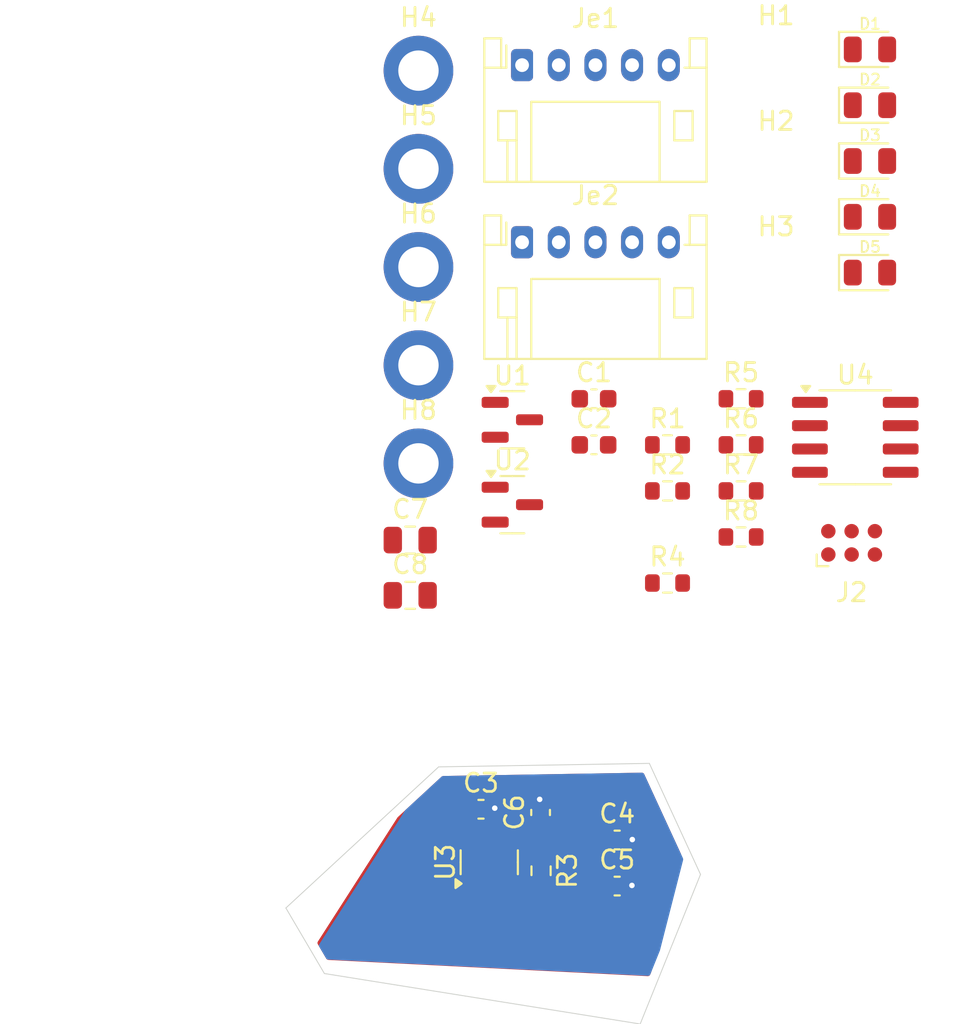
<source format=kicad_pcb>
(kicad_pcb (version 20240108) (generator "pcbnew") (generator_version "8.0")
  (layers (0 "F.Cu" signal) (31 "B.Cu" signal) (34 "B.Paste" user) (35 "F.Paste" user) (36 "B.SilkS" user "B.Silkscreen") (37 "F.SilkS" user "F.Silkscreen") (38 "B.Mask" user) (39 "F.Mask" user) (44 "Edge.Cuts" user))
  (net 0 "")
  (net 1 "GND")
  (net 2 "+5V")
  (net 3 "/Out_1")
  (net 4 "/Out_2")
  (net 5 "/Out_3")
  (net 6 "/Program")
  (net 10 "/Hall_3")
  (net 11 "/Hall_1")
  (net 12 "/Hall_2")
  (net 13 "Net-(U1-OUT)")
  (net 14 "Net-(U2-OUT)")
  (net 15 "Net-(U3-OUT)")
  (net 16 "/R_lim_dig")
  (net 17 "/F_lim_dig")
  (net 18 "Net-(D1-A)")
  (net 19 "Net-(D2-A)")
  (net 20 "Net-(D3-A)")
  (net 21 "Net-(D4-A)")
  (net 22 "Net-(D5-A)")
  (footprint "Resistor_SMD:R_0603_1608Metric" (layer "F.Cu") (at 185.08 125.654)
    (property "Reference" "R7" (at 0 -1.43 0) (layer "F.SilkS"))
    (property "Value" "4.7k")
    (fp_line (start -0.237258 -0.5225) (end 0.237258 -0.5225) (stroke (width 0.12)) (layer "F.SilkS"))
    (fp_line (start -0.237258 0.5225) (end 0.237258 0.5225) (stroke (width 0.12)) (layer "F.SilkS"))
    (pad "1" smd roundrect (at -0.825 0) (size 0.8 0.95) (layers "F.Cu" "F.Paste" "F.Mask") (net 4 "/Out_2"))
    (pad "2" smd roundrect (at 0.825 0) (size 0.8 0.95) (layers "F.Cu" "F.Paste" "F.Mask") (net 21 "Net-(D4-A)"))
  )
  (footprint "MountingHole:MountingHole_2.2mm_M2_DIN965_Pad" (layer "F.Cu") (at 167.49 118.804)
    (property "Reference" "H7" (at 0 -2.9 0) (layer "F.SilkS"))
    (property "Value" "MountingHole")
    (pad "1" thru_hole circle (at 0 0) (size 3.8 3.8) (drill 2.2) (layers "*.Cu" "*.Mask"))
  )
  (footprint "Package_TO_SOT_SMD:SOT-23" (layer "F.Cu") (at 172.61 121.779)
    (property "Reference" "U1" (at 0 -2.4 0) (layer "F.SilkS"))
    (property "Value" "DRV5055A3xDBZxQ1")
    (fp_line (start 0 -1.56) (end -0.65 -1.56) (stroke (width 0.12)) (layer "F.SilkS"))
    (fp_line (start 0 -1.56) (end 0.65 -1.56) (stroke (width 0.12)) (layer "F.SilkS"))
    (fp_line (start 0 1.56) (end -0.65 1.56) (stroke (width 0.12)) (layer "F.SilkS"))
    (fp_line (start 0 1.56) (end 0.65 1.56) (stroke (width 0.12)) (layer "F.SilkS"))
    (fp_poly (pts (xy -1.1625 -1.51) (xy -1.4025 -1.84) (xy -0.9225 -1.84) (xy -1.1625 -1.51)) (stroke (width 0.12)) (fill solid) (layer "F.SilkS"))
    (pad "1" smd roundrect (at -0.9375 -0.95) (size 1.475 0.6) (layers "F.Cu" "F.Paste" "F.Mask") (net 2 "+5V"))
    (pad "2" smd roundrect (at -0.9375 0.95) (size 1.475 0.6) (layers "F.Cu" "F.Paste" "F.Mask") (net 13 "Net-(U1-OUT)"))
    (pad "3" smd roundrect (at 0.9375 0) (size 1.475 0.6) (layers "F.Cu" "F.Paste" "F.Mask") (net 1 "GND"))
  )
  (footprint "Capacitor_SMD:C_0603_1608Metric" (layer "F.Cu") (at 178.325 147.185)
    (property "Reference" "C5" (at 0 -1.43 0) (layer "F.SilkS"))
    (property "Value" "0.1u")
    (fp_line (start -0.14058 -0.51) (end 0.14058 -0.51) (stroke (width 0.12)) (layer "F.SilkS"))
    (fp_line (start -0.14058 0.51) (end 0.14058 0.51) (stroke (width 0.12)) (layer "F.SilkS"))
    (pad "1" smd roundrect (at -0.775 0) (size 0.9 0.95) (layers "F.Cu" "F.Paste" "F.Mask") (net 4 "/Out_2"))
    (pad "2" smd roundrect (at 0.775 0) (size 0.9 0.95) (layers "F.Cu" "F.Paste" "F.Mask") (net 1 "GND"))
  )
  (footprint "MountingHole:MountingHole_2.2mm_M2_DIN965_Pad" (layer "F.Cu") (at 167.49 108.104)
    (property "Reference" "H5" (at 0 -2.9 0) (layer "F.SilkS"))
    (property "Value" "MountingHole")
    (pad "1" thru_hole circle (at 0 0) (size 3.8 3.8) (drill 2.2) (layers "*.Cu" "*.Mask"))
  )
  (footprint "Capacitor_SMD:C_0603_1608Metric" (layer "F.Cu") (at 178.325 144.675)
    (property "Reference" "C4" (at 0 -1.43 0) (layer "F.SilkS"))
    (property "Value" "0.1u")
    (fp_line (start -0.14058 -0.51) (end 0.14058 -0.51) (stroke (width 0.12)) (layer "F.SilkS"))
    (fp_line (start -0.14058 0.51) (end 0.14058 0.51) (stroke (width 0.12)) (layer "F.SilkS"))
    (pad "1" smd roundrect (at -0.775 0) (size 0.9 0.95) (layers "F.Cu" "F.Paste" "F.Mask") (net 3 "/Out_1"))
    (pad "2" smd roundrect (at 0.775 0) (size 0.9 0.95) (layers "F.Cu" "F.Paste" "F.Mask") (net 1 "GND"))
  )
  (footprint "Resistor_SMD:R_0603_1608Metric" (layer "F.Cu") (at 174.175 146.35 -90)
    (property "Reference" "R3" (at 0 -1.43 90) (layer "F.SilkS"))
    (property "Value" "100R")
    (fp_line (start -0.237258 0.5225) (end 0.237258 0.5225) (stroke (width 0.12)) (layer "F.SilkS"))
    (fp_line (start -0.237258 -0.5225) (end 0.237258 -0.5225) (stroke (width 0.12)) (layer "F.SilkS"))
    (pad "1" smd roundrect (at -0.825 0 270) (size 0.8 0.95) (layers "F.Cu" "F.Paste" "F.Mask") (net 5 "/Out_3"))
    (pad "2" smd roundrect (at 0.825 0 270) (size 0.8 0.95) (layers "F.Cu" "F.Paste" "F.Mask") (net 15 "Net-(U3-OUT)"))
  )
  (footprint "MountingHole:MountingHole_2.1mm" (layer "F.Cu") (at 186.99 114.454)
    (property "Reference" "H3" (at 0 -3.2 0) (layer "F.SilkS"))
    (property "Value" "MountingHole")
    (pad "" np_thru_hole circle (at 0 0) (size 2.1 2.1) (drill 2.1) (layers "*.Cu" "*.Mask"))
  )
  (footprint "Resistor_SMD:R_0603_1608Metric" (layer "F.Cu") (at 181.07 125.654)
    (property "Reference" "R2" (at 0 -1.43 0) (layer "F.SilkS"))
    (property "Value" "100R")
    (fp_line (start -0.237258 -0.5225) (end 0.237258 -0.5225) (stroke (width 0.12)) (layer "F.SilkS"))
    (fp_line (start -0.237258 0.5225) (end 0.237258 0.5225) (stroke (width 0.12)) (layer "F.SilkS"))
    (pad "1" smd roundrect (at -0.825 0) (size 0.8 0.95) (layers "F.Cu" "F.Paste" "F.Mask") (net 4 "/Out_2"))
    (pad "2" smd roundrect (at 0.825 0) (size 0.8 0.95) (layers "F.Cu" "F.Paste" "F.Mask") (net 14 "Net-(U2-OUT)"))
  )
  (footprint "Package_TO_SOT_SMD:SOT-23" (layer "F.Cu") (at 171.35 145.8875 90)
    (property "Reference" "U3" (at 0 -2.4 90) (layer "F.SilkS"))
    (property "Value" "DRV5055A3xDBZxQ1")
    (fp_line (start 0 -1.56) (end 0.65 -1.56) (stroke (width 0.12)) (layer "F.SilkS"))
    (fp_line (start 0 -1.56) (end -0.65 -1.56) (stroke (width 0.12)) (layer "F.SilkS"))
    (fp_line (start 0 1.56) (end 0.65 1.56) (stroke (width 0.12)) (layer "F.SilkS"))
    (fp_line (start 0 1.56) (end -0.65 1.56) (stroke (width 0.12)) (layer "F.SilkS"))
    (fp_poly (pts (xy -1.1625 -1.51) (xy -1.4025 -1.84) (xy -0.9225 -1.84) (xy -1.1625 -1.51)) (stroke (width 0.12)) (fill solid) (layer "F.SilkS"))
    (pad "1" smd roundrect (at -0.9375 -0.95 90) (size 1.475 0.6) (layers "F.Cu" "F.Paste" "F.Mask") (net 2 "+5V"))
    (pad "2" smd roundrect (at -0.9375 0.95 90) (size 1.475 0.6) (layers "F.Cu" "F.Paste" "F.Mask") (net 15 "Net-(U3-OUT)"))
    (pad "3" smd roundrect (at 0.9375 0 90) (size 1.475 0.6) (layers "F.Cu" "F.Paste" "F.Mask") (net 1 "GND"))
  )
  (footprint "Resistor_SMD:R_0603_1608Metric" (layer "F.Cu") (at 181.07 130.674)
    (property "Reference" "R4" (at 0 -1.43 0) (layer "F.SilkS"))
    (property "Value" "4.7k")
    (fp_line (start -0.237258 -0.5225) (end 0.237258 -0.5225) (stroke (width 0.12)) (layer "F.SilkS"))
    (fp_line (start -0.237258 0.5225) (end 0.237258 0.5225) (stroke (width 0.12)) (layer "F.SilkS"))
    (pad "1" smd roundrect (at -0.825 0) (size 0.8 0.95) (layers "F.Cu" "F.Paste" "F.Mask") (net 16 "/R_lim_dig"))
    (pad "2" smd roundrect (at 0.825 0) (size 0.8 0.95) (layers "F.Cu" "F.Paste" "F.Mask") (net 18 "Net-(D1-A)"))
  )
  (footprint "Capacitor_SMD:C_0603_1608Metric" (layer "F.Cu") (at 174.15 143.175 90)
    (property "Reference" "C6" (at 0 -1.43 90) (layer "F.SilkS"))
    (property "Value" "0.1u")
    (fp_line (start -0.14058 -0.51) (end 0.14058 -0.51) (stroke (width 0.12)) (layer "F.SilkS"))
    (fp_line (start -0.14058 0.51) (end 0.14058 0.51) (stroke (width 0.12)) (layer "F.SilkS"))
    (pad "1" smd roundrect (at -0.775 0 90) (size 0.9 0.95) (layers "F.Cu" "F.Paste" "F.Mask") (net 5 "/Out_3"))
    (pad "2" smd roundrect (at 0.775 0 90) (size 0.9 0.95) (layers "F.Cu" "F.Paste" "F.Mask") (net 1 "GND"))
  )
  (footprint "Connector:Tag-Connect_TC2030-IDC-NL_2x03_P1.27mm_Vertical" (layer "F.Cu") (at 191.11 128.484)
    (property "Reference" "J2" (at 0 2.7 0) (layer "F.SilkS"))
    (property "Value" "TC2030-IDC-NL")
    (fp_line (start -1.905 1.27) (end -1.905 0.635) (stroke (width 0.12)) (layer "F.SilkS"))
    (fp_line (start -1.27 1.27) (end -1.905 1.27) (stroke (width 0.12)) (layer "F.SilkS"))
    (pad "" np_thru_hole circle (at -2.54 0) (size 0.9906 0.9906) (drill 0.9906) (layers "*.Cu" "*.Mask"))
    (pad "" np_thru_hole circle (at 2.54 -1.016) (size 0.9906 0.9906) (drill 0.9906) (layers "*.Cu" "*.Mask"))
    (pad "" np_thru_hole circle (at 2.54 1.016) (size 0.9906 0.9906) (drill 0.9906) (layers "*.Cu" "*.Mask"))
    (pad "1" connect circle (at -1.27 0.635) (size 0.7874 0.7874) (layers "F.Cu" "F.Mask") (net 6 "/Program"))
    (pad "2" connect circle (at -1.27 -0.635) (size 0.7874 0.7874) (layers "F.Cu" "F.Mask") (net 2 "+5V"))
    (pad "3" connect circle (at 0 0.635) (size 0.7874 0.7874) (layers "F.Cu" "F.Mask"))
    (pad "4" connect circle (at 0 -0.635) (size 0.7874 0.7874) (layers "F.Cu" "F.Mask"))
    (pad "5" connect circle (at 1.27 0.635) (size 0.7874 0.7874) (layers "F.Cu" "F.Mask"))
    (pad "6" connect circle (at 1.27 -0.635) (size 0.7874 0.7874) (layers "F.Cu" "F.Mask") (net 1 "GND"))
    (zone (net 0) (net_name "") (layer "F.Cu") (connect_pads (clearance 0)) (min_thickness 0.254)
      (keepout (tracks allowed) (vias not_allowed) (pads allowed) (copperpour not_allowed) (footprints not_allowed))
      (fill (thermal_gap 0.508) (thermal_bridge_width 0.508))
      (polygon (pts (xy 192.38 127.849) (xy 189.84 127.849) (xy 189.84 129.119) (xy 192.38 129.119)))
    )
  )
  (footprint "MountingHole:MountingHole_2.2mm_M2_DIN965_Pad" (layer "F.Cu") (at 167.49 113.454)
    (property "Reference" "H6" (at 0 -2.9 0) (layer "F.SilkS"))
    (property "Value" "MountingHole")
    (pad "1" thru_hole circle (at 0 0) (size 3.8 3.8) (drill 2.2) (layers "*.Cu" "*.Mask"))
  )
  (footprint "MountingHole:MountingHole_2.1mm" (layer "F.Cu") (at 186.99 102.954)
    (property "Reference" "H1" (at 0 -3.2 0) (layer "F.SilkS"))
    (property "Value" "MountingHole")
    (pad "" np_thru_hole circle (at 0 0) (size 2.1 2.1) (drill 2.1) (layers "*.Cu" "*.Mask"))
  )
  (footprint "Resistor_SMD:R_0603_1608Metric" (layer "F.Cu") (at 185.08 123.144)
    (property "Reference" "R6" (at 0 -1.43 0) (layer "F.SilkS"))
    (property "Value" "4.7k")
    (fp_line (start -0.237258 -0.5225) (end 0.237258 -0.5225) (stroke (width 0.12)) (layer "F.SilkS"))
    (fp_line (start -0.237258 0.5225) (end 0.237258 0.5225) (stroke (width 0.12)) (layer "F.SilkS"))
    (pad "1" smd roundrect (at -0.825 0) (size 0.8 0.95) (layers "F.Cu" "F.Paste" "F.Mask") (net 3 "/Out_1"))
    (pad "2" smd roundrect (at 0.825 0) (size 0.8 0.95) (layers "F.Cu" "F.Paste" "F.Mask") (net 20 "Net-(D3-A)"))
  )
  (footprint "Resistor_SMD:R_0603_1608Metric" (layer "F.Cu") (at 181.07 123.144)
    (property "Reference" "R1" (at 0 -1.43 0) (layer "F.SilkS"))
    (property "Value" "100R")
    (fp_line (start -0.237258 -0.5225) (end 0.237258 -0.5225) (stroke (width 0.12)) (layer "F.SilkS"))
    (fp_line (start -0.237258 0.5225) (end 0.237258 0.5225) (stroke (width 0.12)) (layer "F.SilkS"))
    (pad "1" smd roundrect (at -0.825 0) (size 0.8 0.95) (layers "F.Cu" "F.Paste" "F.Mask") (net 13 "Net-(U1-OUT)"))
    (pad "2" smd roundrect (at 0.825 0) (size 0.8 0.95) (layers "F.Cu" "F.Paste" "F.Mask") (net 3 "/Out_1"))
  )
  (footprint "Connector_JST:JST_PH_S5B-PH-K_1x05_P2.00mm_Horizontal" (layer "F.Cu") (at 173.14 102.454)
    (property "Reference" "Je1" (at 4 -2.55 0) (layer "F.SilkS"))
    (property "Value" "S5B-XH-A")
    (fp_line (start -2.06 -1.46) (end -2.06 6.36) (stroke (width 0.12)) (layer "F.SilkS"))
    (fp_line (start -2.06 0.14) (end -1.14 0.14) (stroke (width 0.12)) (layer "F.SilkS"))
    (fp_line (start -2.06 6.36) (end 10.06 6.36) (stroke (width 0.12)) (layer "F.SilkS"))
    (fp_line (start -1.3 2.5) (end -1.3 4.1) (stroke (width 0.12)) (layer "F.SilkS"))
    (fp_line (start -1.3 4.1) (end -0.3 4.1) (stroke (width 0.12)) (layer "F.SilkS"))
    (fp_line (start -1.14 -1.46) (end -2.06 -1.46) (stroke (width 0.12)) (layer "F.SilkS"))
    (fp_line (start -1.14 0.14) (end -1.14 -1.46) (stroke (width 0.12)) (layer "F.SilkS"))
    (fp_line (start -0.86 0.14) (end -1.14 0.14) (stroke (width 0.12)) (layer "F.SilkS"))
    (fp_line (start -0.86 0.14) (end -0.86 -1.075) (stroke (width 0.12)) (layer "F.SilkS"))
    (fp_line (start -0.8 4.1) (end -0.8 6.36) (stroke (width 0.12)) (layer "F.SilkS"))
    (fp_line (start -0.3 2.5) (end -1.3 2.5) (stroke (width 0.12)) (layer "F.SilkS"))
    (fp_line (start -0.3 4.1) (end -0.3 2.5) (stroke (width 0.12)) (layer "F.SilkS"))
    (fp_line (start -0.3 4.1) (end -0.3 6.36) (stroke (width 0.12)) (layer "F.SilkS"))
    (fp_line (start 0.5 2) (end 7.5 2) (stroke (width 0.12)) (layer "F.SilkS"))
    (fp_line (start 0.5 6.36) (end 0.5 2) (stroke (width 0.12)) (layer "F.SilkS"))
    (fp_line (start 7.5 2) (end 7.5 6.36) (stroke (width 0.12)) (layer "F.SilkS"))
    (fp_line (start 8.3 2.5) (end 9.3 2.5) (stroke (width 0.12)) (layer "F.SilkS"))
    (fp_line (start 8.3 4.1) (end 8.3 2.5) (stroke (width 0.12)) (layer "F.SilkS"))
    (fp_line (start 9.14 -1.46) (end 9.14 0.14) (stroke (width 0.12)) (layer "F.SilkS"))
    (fp_line (start 9.14 0.14) (end 8.86 0.14) (stroke (width 0.12)) (layer "F.SilkS"))
    (fp_line (start 9.3 2.5) (end 9.3 4.1) (stroke (width 0.12)) (layer "F.SilkS"))
    (fp_line (start 9.3 4.1) (end 8.3 4.1) (stroke (width 0.12)) (layer "F.SilkS"))
    (fp_line (start 10.06 -1.46) (end 9.14 -1.46) (stroke (width 0.12)) (layer "F.SilkS"))
    (fp_line (start 10.06 0.14) (end 9.14 0.14) (stroke (width 0.12)) (layer "F.SilkS"))
    (fp_line (start 10.06 6.36) (end 10.06 -1.46) (stroke (width 0.12)) (layer "F.SilkS"))
    (pad "1" thru_hole roundrect (at 0 0) (size 1.2 1.75) (drill 0.75) (layers "*.Cu" "*.Mask") (roundrect_rratio 0.208333) (net 2 "+5V"))
    (pad "2" thru_hole oval (at 2 0) (size 1.2 1.75) (drill 0.75) (layers "*.Cu" "*.Mask") (net 3 "/Out_1"))
    (pad "3" thru_hole oval (at 4 0) (size 1.2 1.75) (drill 0.75) (layers "*.Cu" "*.Mask") (net 4 "/Out_2"))
    (pad "4" thru_hole oval (at 6 0) (size 1.2 1.75) (drill 0.75) (layers "*.Cu" "*.Mask") (net 5 "/Out_3"))
    (pad "5" thru_hole oval (at 8 0) (size 1.2 1.75) (drill 0.75) (layers "*.Cu" "*.Mask") (net 1 "GND"))
  )
  (footprint "Package_SO:SOIC-8_3.9x4.9mm_P1.27mm" (layer "F.Cu") (at 191.31 122.734)
    (property "Reference" "U4" (at 0 -3.4 0) (layer "F.SilkS"))
    (property "Value" "ATtiny202-SS")
    (fp_line (start 0 -2.56) (end -1.95 -2.56) (stroke (width 0.12)) (layer "F.SilkS"))
    (fp_line (start 0 -2.56) (end 1.95 -2.56) (stroke (width 0.12)) (layer "F.SilkS"))
    (fp_line (start 0 2.56) (end -1.95 2.56) (stroke (width 0.12)) (layer "F.SilkS"))
    (fp_line (start 0 2.56) (end 1.95 2.56) (stroke (width 0.12)) (layer "F.SilkS"))
    (fp_poly (pts (xy -2.7 -2.465) (xy -2.94 -2.795) (xy -2.46 -2.795) (xy -2.7 -2.465)) (stroke (width 0.12)) (fill solid) (layer "F.SilkS"))
    (pad "1" smd roundrect (at -2.475 -1.905) (size 1.95 0.6) (layers "F.Cu" "F.Paste" "F.Mask") (net 2 "+5V"))
    (pad "2" smd roundrect (at -2.475 -0.635) (size 1.95 0.6) (layers "F.Cu" "F.Paste" "F.Mask") (net 11 "/Hall_1"))
    (pad "3" smd roundrect (at -2.475 0.635) (size 1.95 0.6) (layers "F.Cu" "F.Paste" "F.Mask") (net 12 "/Hall_2"))
    (pad "4" smd roundrect (at -2.475 1.905) (size 1.95 0.6) (layers "F.Cu" "F.Paste" "F.Mask") (net 17 "/F_lim_dig"))
    (pad "5" smd roundrect (at 2.475 1.905) (size 1.95 0.6) (layers "F.Cu" "F.Paste" "F.Mask") (net 16 "/R_lim_dig"))
    (pad "6" smd roundrect (at 2.475 0.635) (size 1.95 0.6) (layers "F.Cu" "F.Paste" "F.Mask") (net 6 "/Program"))
    (pad "7" smd roundrect (at 2.475 -0.635) (size 1.95 0.6) (layers "F.Cu" "F.Paste" "F.Mask") (net 10 "/Hall_3"))
    (pad "8" smd roundrect (at 2.475 -1.905) (size 1.95 0.6) (layers "F.Cu" "F.Paste" "F.Mask") (net 1 "GND"))
  )
  (footprint "rsx_leds:LED_0805_2012Metric" (layer "F.Cu") (at 192.11 107.679)
    (property "Reference" "D3" (at 0 -1.397 0) (layer "F.SilkS") (effects (font (size 0.6 0.6) (thickness 0.1))))
    (property "Value" "LED")
    (fp_line (start -1.685 -0.96) (end -1.685 0.96) (stroke (width 0.12)) (layer "F.SilkS"))
    (fp_line (start -1.685 0.96) (end 1 0.96) (stroke (width 0.12)) (layer "F.SilkS"))
    (fp_line (start 1 -0.96) (end -1.685 -0.96) (stroke (width 0.12)) (layer "F.SilkS"))
    (pad "1" smd roundrect (at -0.9375 0) (size 0.975 1.4) (layers "F.Cu" "F.Paste" "F.Mask") (net 1 "GND"))
    (pad "2" smd roundrect (at 0.9375 0) (size 0.975 1.4) (layers "F.Cu" "F.Paste" "F.Mask") (net 20 "Net-(D3-A)"))
  )
  (footprint "MountingHole:MountingHole_2.1mm" (layer "F.Cu") (at 186.99 108.704)
    (property "Reference" "H2" (at 0 -3.2 0) (layer "F.SilkS"))
    (property "Value" "MountingHole")
    (pad "" np_thru_hole circle (at 0 0) (size 2.1 2.1) (drill 2.1) (layers "*.Cu" "*.Mask"))
  )
  (footprint "Connector_JST:JST_PH_S5B-PH-K_1x05_P2.00mm_Horizontal" (layer "F.Cu") (at 173.14 112.104)
    (property "Reference" "Je2" (at 4 -2.55 0) (layer "F.SilkS"))
    (property "Value" "S5B-XH-A")
    (fp_line (start -2.06 -1.46) (end -2.06 6.36) (stroke (width 0.12)) (layer "F.SilkS"))
    (fp_line (start -2.06 0.14) (end -1.14 0.14) (stroke (width 0.12)) (layer "F.SilkS"))
    (fp_line (start -2.06 6.36) (end 10.06 6.36) (stroke (width 0.12)) (layer "F.SilkS"))
    (fp_line (start -1.3 2.5) (end -1.3 4.1) (stroke (width 0.12)) (layer "F.SilkS"))
    (fp_line (start -1.3 4.1) (end -0.3 4.1) (stroke (width 0.12)) (layer "F.SilkS"))
    (fp_line (start -1.14 -1.46) (end -2.06 -1.46) (stroke (width 0.12)) (layer "F.SilkS"))
    (fp_line (start -1.14 0.14) (end -1.14 -1.46) (stroke (width 0.12)) (layer "F.SilkS"))
    (fp_line (start -0.86 0.14) (end -1.14 0.14) (stroke (width 0.12)) (layer "F.SilkS"))
    (fp_line (start -0.86 0.14) (end -0.86 -1.075) (stroke (width 0.12)) (layer "F.SilkS"))
    (fp_line (start -0.8 4.1) (end -0.8 6.36) (stroke (width 0.12)) (layer "F.SilkS"))
    (fp_line (start -0.3 2.5) (end -1.3 2.5) (stroke (width 0.12)) (layer "F.SilkS"))
    (fp_line (start -0.3 4.1) (end -0.3 2.5) (stroke (width 0.12)) (layer "F.SilkS"))
    (fp_line (start -0.3 4.1) (end -0.3 6.36) (stroke (width 0.12)) (layer "F.SilkS"))
    (fp_line (start 0.5 2) (end 7.5 2) (stroke (width 0.12)) (layer "F.SilkS"))
    (fp_line (start 0.5 6.36) (end 0.5 2) (stroke (width 0.12)) (layer "F.SilkS"))
    (fp_line (start 7.5 2) (end 7.5 6.36) (stroke (width 0.12)) (layer "F.SilkS"))
    (fp_line (start 8.3 2.5) (end 9.3 2.5) (stroke (width 0.12)) (layer "F.SilkS"))
    (fp_line (start 8.3 4.1) (end 8.3 2.5) (stroke (width 0.12)) (layer "F.SilkS"))
    (fp_line (start 9.14 -1.46) (end 9.14 0.14) (stroke (width 0.12)) (layer "F.SilkS"))
    (fp_line (start 9.14 0.14) (end 8.86 0.14) (stroke (width 0.12)) (layer "F.SilkS"))
    (fp_line (start 9.3 2.5) (end 9.3 4.1) (stroke (width 0.12)) (layer "F.SilkS"))
    (fp_line (start 9.3 4.1) (end 8.3 4.1) (stroke (width 0.12)) (layer "F.SilkS"))
    (fp_line (start 10.06 -1.46) (end 9.14 -1.46) (stroke (width 0.12)) (layer "F.SilkS"))
    (fp_line (start 10.06 0.14) (end 9.14 0.14) (stroke (width 0.12)) (layer "F.SilkS"))
    (fp_line (start 10.06 6.36) (end 10.06 -1.46) (stroke (width 0.12)) (layer "F.SilkS"))
    (pad "1" thru_hole roundrect (at 0 0) (size 1.2 1.75) (drill 0.75) (layers "*.Cu" "*.Mask") (roundrect_rratio 0.208333) (net 1 "GND"))
    (pad "2" thru_hole oval (at 2 0) (size 1.2 1.75) (drill 0.75) (layers "*.Cu" "*.Mask") (net 10 "/Hall_3"))
    (pad "3" thru_hole oval (at 4 0) (size 1.2 1.75) (drill 0.75) (layers "*.Cu" "*.Mask") (net 12 "/Hall_2"))
    (pad "4" thru_hole oval (at 6 0) (size 1.2 1.75) (drill 0.75) (layers "*.Cu" "*.Mask") (net 11 "/Hall_1"))
    (pad "5" thru_hole oval (at 8 0) (size 1.2 1.75) (drill 0.75) (layers "*.Cu" "*.Mask") (net 2 "+5V"))
  )
  (footprint "MountingHole:MountingHole_2.2mm_M2_DIN965_Pad" (layer "F.Cu") (at 167.49 124.154)
    (property "Reference" "H8" (at 0 -2.9 0) (layer "F.SilkS"))
    (property "Value" "MountingHole")
    (pad "1" thru_hole circle (at 0 0) (size 3.8 3.8) (drill 2.2) (layers "*.Cu" "*.Mask"))
  )
  (footprint "Capacitor_SMD:C_0603_1608Metric" (layer "F.Cu") (at 170.9 143)
    (property "Reference" "C3" (at 0 -1.43 0) (layer "F.SilkS"))
    (property "Value" "0.1u")
    (fp_line (start -0.14058 -0.51) (end 0.14058 -0.51) (stroke (width 0.12)) (layer "F.SilkS"))
    (fp_line (start -0.14058 0.51) (end 0.14058 0.51) (stroke (width 0.12)) (layer "F.SilkS"))
    (pad "1" smd roundrect (at -0.775 0) (size 0.9 0.95) (layers "F.Cu" "F.Paste" "F.Mask") (net 2 "+5V"))
    (pad "2" smd roundrect (at 0.775 0) (size 0.9 0.95) (layers "F.Cu" "F.Paste" "F.Mask") (net 1 "GND"))
  )
  (footprint "MountingHole:MountingHole_2.2mm_M2_DIN965_Pad" (layer "F.Cu") (at 167.49 102.754)
    (property "Reference" "H4" (at 0 -2.9 0) (layer "F.SilkS"))
    (property "Value" "MountingHole")
    (pad "1" thru_hole circle (at 0 0) (size 3.8 3.8) (drill 2.2) (layers "*.Cu" "*.Mask"))
  )
  (footprint "Package_TO_SOT_SMD:SOT-23" (layer "F.Cu") (at 172.61 126.404)
    (property "Reference" "U2" (at 0 -2.4 0) (layer "F.SilkS"))
    (property "Value" "DRV5055A3xDBZxQ1")
    (fp_line (start 0 -1.56) (end -0.65 -1.56) (stroke (width 0.12)) (layer "F.SilkS"))
    (fp_line (start 0 -1.56) (end 0.65 -1.56) (stroke (width 0.12)) (layer "F.SilkS"))
    (fp_line (start 0 1.56) (end -0.65 1.56) (stroke (width 0.12)) (layer "F.SilkS"))
    (fp_line (start 0 1.56) (end 0.65 1.56) (stroke (width 0.12)) (layer "F.SilkS"))
    (fp_poly (pts (xy -1.1625 -1.51) (xy -1.4025 -1.84) (xy -0.9225 -1.84) (xy -1.1625 -1.51)) (stroke (width 0.12)) (fill solid) (layer "F.SilkS"))
    (pad "1" smd roundrect (at -0.9375 -0.95) (size 1.475 0.6) (layers "F.Cu" "F.Paste" "F.Mask") (net 2 "+5V"))
    (pad "2" smd roundrect (at -0.9375 0.95) (size 1.475 0.6) (layers "F.Cu" "F.Paste" "F.Mask") (net 14 "Net-(U2-OUT)"))
    (pad "3" smd roundrect (at 0.9375 0) (size 1.475 0.6) (layers "F.Cu" "F.Paste" "F.Mask") (net 1 "GND"))
  )
  (footprint "Capacitor_SMD:C_0603_1608Metric" (layer "F.Cu") (at 177.06 120.634)
    (property "Reference" "C1" (at 0 -1.43 0) (layer "F.SilkS"))
    (property "Value" "0.1u")
    (fp_line (start -0.14058 -0.51) (end 0.14058 -0.51) (stroke (width 0.12)) (layer "F.SilkS"))
    (fp_line (start -0.14058 0.51) (end 0.14058 0.51) (stroke (width 0.12)) (layer "F.SilkS"))
    (pad "1" smd roundrect (at -0.775 0) (size 0.9 0.95) (layers "F.Cu" "F.Paste" "F.Mask") (net 2 "+5V"))
    (pad "2" smd roundrect (at 0.775 0) (size 0.9 0.95) (layers "F.Cu" "F.Paste" "F.Mask") (net 1 "GND"))
  )
  (footprint "rsx_leds:LED_0805_2012Metric" (layer "F.Cu") (at 192.11 101.599)
    (property "Reference" "D1" (at 0 -1.397 0) (layer "F.SilkS") (effects (font (size 0.6 0.6) (thickness 0.1))))
    (property "Value" "LED")
    (fp_line (start -1.685 -0.96) (end -1.685 0.96) (stroke (width 0.12)) (layer "F.SilkS"))
    (fp_line (start -1.685 0.96) (end 1 0.96) (stroke (width 0.12)) (layer "F.SilkS"))
    (fp_line (start 1 -0.96) (end -1.685 -0.96) (stroke (width 0.12)) (layer "F.SilkS"))
    (pad "1" smd roundrect (at -0.9375 0) (size 0.975 1.4) (layers "F.Cu" "F.Paste" "F.Mask") (net 1 "GND"))
    (pad "2" smd roundrect (at 0.9375 0) (size 0.975 1.4) (layers "F.Cu" "F.Paste" "F.Mask") (net 18 "Net-(D1-A)"))
  )
  (footprint "rsx_leds:LED_0805_2012Metric" (layer "F.Cu") (at 192.11 110.719)
    (property "Reference" "D4" (at 0 -1.397 0) (layer "F.SilkS") (effects (font (size 0.6 0.6) (thickness 0.1))))
    (property "Value" "LED")
    (fp_line (start -1.685 -0.96) (end -1.685 0.96) (stroke (width 0.12)) (layer "F.SilkS"))
    (fp_line (start -1.685 0.96) (end 1 0.96) (stroke (width 0.12)) (layer "F.SilkS"))
    (fp_line (start 1 -0.96) (end -1.685 -0.96) (stroke (width 0.12)) (layer "F.SilkS"))
    (pad "1" smd roundrect (at -0.9375 0) (size 0.975 1.4) (layers "F.Cu" "F.Paste" "F.Mask") (net 1 "GND"))
    (pad "2" smd roundrect (at 0.9375 0) (size 0.975 1.4) (layers "F.Cu" "F.Paste" "F.Mask") (net 21 "Net-(D4-A)"))
  )
  (footprint "Resistor_SMD:R_0603_1608Metric" (layer "F.Cu") (at 185.08 120.634)
    (property "Reference" "R5" (at 0 -1.43 0) (layer "F.SilkS"))
    (property "Value" "4.7k")
    (fp_line (start -0.237258 -0.5225) (end 0.237258 -0.5225) (stroke (width 0.12)) (layer "F.SilkS"))
    (fp_line (start -0.237258 0.5225) (end 0.237258 0.5225) (stroke (width 0.12)) (layer "F.SilkS"))
    (pad "1" smd roundrect (at -0.825 0) (size 0.8 0.95) (layers "F.Cu" "F.Paste" "F.Mask") (net 17 "/F_lim_dig"))
    (pad "2" smd roundrect (at 0.825 0) (size 0.8 0.95) (layers "F.Cu" "F.Paste" "F.Mask") (net 19 "Net-(D2-A)"))
  )
  (footprint "Resistor_SMD:R_0603_1608Metric" (layer "F.Cu") (at 185.08 128.164)
    (property "Reference" "R8" (at 0 -1.43 0) (layer "F.SilkS"))
    (property "Value" "4.7k")
    (fp_line (start -0.237258 -0.5225) (end 0.237258 -0.5225) (stroke (width 0.12)) (layer "F.SilkS"))
    (fp_line (start -0.237258 0.5225) (end 0.237258 0.5225) (stroke (width 0.12)) (layer "F.SilkS"))
    (pad "1" smd roundrect (at -0.825 0) (size 0.8 0.95) (layers "F.Cu" "F.Paste" "F.Mask") (net 5 "/Out_3"))
    (pad "2" smd roundrect (at 0.825 0) (size 0.8 0.95) (layers "F.Cu" "F.Paste" "F.Mask") (net 22 "Net-(D5-A)"))
  )
  (footprint "Capacitor_SMD:C_0805_2012Metric" (layer "F.Cu") (at 167.04 131.344)
    (property "Reference" "C8" (at 0 -1.68 0) (layer "F.SilkS"))
    (property "Value" "1u")
    (fp_line (start -0.261252 -0.735) (end 0.261252 -0.735) (stroke (width 0.12)) (layer "F.SilkS"))
    (fp_line (start -0.261252 0.735) (end 0.261252 0.735) (stroke (width 0.12)) (layer "F.SilkS"))
    (pad "1" smd roundrect (at -0.95 0) (size 1 1.45) (layers "F.Cu" "F.Paste" "F.Mask") (net 2 "+5V"))
    (pad "2" smd roundrect (at 0.95 0) (size 1 1.45) (layers "F.Cu" "F.Paste" "F.Mask") (net 1 "GND"))
  )
  (footprint "rsx_leds:LED_0805_2012Metric" (layer "F.Cu") (at 192.11 104.639)
    (property "Reference" "D2" (at 0 -1.397 0) (layer "F.SilkS") (effects (font (size 0.6 0.6) (thickness 0.1))))
    (property "Value" "LED")
    (fp_line (start -1.685 -0.96) (end -1.685 0.96) (stroke (width 0.12)) (layer "F.SilkS"))
    (fp_line (start -1.685 0.96) (end 1 0.96) (stroke (width 0.12)) (layer "F.SilkS"))
    (fp_line (start 1 -0.96) (end -1.685 -0.96) (stroke (width 0.12)) (layer "F.SilkS"))
    (pad "1" smd roundrect (at -0.9375 0) (size 0.975 1.4) (layers "F.Cu" "F.Paste" "F.Mask") (net 1 "GND"))
    (pad "2" smd roundrect (at 0.9375 0) (size 0.975 1.4) (layers "F.Cu" "F.Paste" "F.Mask") (net 19 "Net-(D2-A)"))
  )
  (footprint "rsx_leds:LED_0805_2012Metric" (layer "F.Cu") (at 192.11 113.759)
    (property "Reference" "D5" (at 0 -1.397 0) (layer "F.SilkS") (effects (font (size 0.6 0.6) (thickness 0.1))))
    (property "Value" "LED")
    (fp_line (start -1.685 -0.96) (end -1.685 0.96) (stroke (width 0.12)) (layer "F.SilkS"))
    (fp_line (start -1.685 0.96) (end 1 0.96) (stroke (width 0.12)) (layer "F.SilkS"))
    (fp_line (start 1 -0.96) (end -1.685 -0.96) (stroke (width 0.12)) (layer "F.SilkS"))
    (pad "1" smd roundrect (at -0.9375 0) (size 0.975 1.4) (layers "F.Cu" "F.Paste" "F.Mask") (net 1 "GND"))
    (pad "2" smd roundrect (at 0.9375 0) (size 0.975 1.4) (layers "F.Cu" "F.Paste" "F.Mask") (net 22 "Net-(D5-A)"))
  )
  (footprint "Capacitor_SMD:C_0805_2012Metric" (layer "F.Cu") (at 167.04 128.334)
    (property "Reference" "C7" (at 0 -1.68 0) (layer "F.SilkS"))
    (property "Value" "0.1u")
    (fp_line (start -0.261252 -0.735) (end 0.261252 -0.735) (stroke (width 0.12)) (layer "F.SilkS"))
    (fp_line (start -0.261252 0.735) (end 0.261252 0.735) (stroke (width 0.12)) (layer "F.SilkS"))
    (pad "1" smd roundrect (at -0.95 0) (size 1 1.45) (layers "F.Cu" "F.Paste" "F.Mask") (net 2 "+5V"))
    (pad "2" smd roundrect (at 0.95 0) (size 1 1.45) (layers "F.Cu" "F.Paste" "F.Mask") (net 1 "GND"))
  )
  (footprint "Capacitor_SMD:C_0603_1608Metric" (layer "F.Cu") (at 177.06 123.144)
    (property "Reference" "C2" (at 0 -1.43 0) (layer "F.SilkS"))
    (property "Value" "0.1u")
    (fp_line (start -0.14058 -0.51) (end 0.14058 -0.51) (stroke (width 0.12)) (layer "F.SilkS"))
    (fp_line (start -0.14058 0.51) (end 0.14058 0.51) (stroke (width 0.12)) (layer "F.SilkS"))
    (pad "1" smd roundrect (at -0.775 0) (size 0.9 0.95) (layers "F.Cu" "F.Paste" "F.Mask") (net 2 "+5V"))
    (pad "2" smd roundrect (at 0.775 0) (size 0.9 0.95) (layers "F.Cu" "F.Paste" "F.Mask") (net 1 "GND"))
  )
  (gr_line (start 168.59 140.69) (end 180.08 140.5) (stroke (width 0.05)) (layer "Edge.Cuts"))
  (gr_line (start 179.58 154.7) (end 162.36 151.95) (stroke (width 0.05)) (layer "Edge.Cuts"))
  (gr_line (start 180.08 140.5) (end 182.87 146.55) (stroke (width 0.05)) (layer "Edge.Cuts"))
  (gr_line (start 160.26 148.38) (end 168.59 140.69) (stroke (width 0.05)) (layer "Edge.Cuts"))
  (gr_line (start 162.36 151.95) (end 160.26 148.38) (stroke (width 0.05)) (layer "Edge.Cuts"))
  (gr_line (start 182.87 146.55) (end 179.58 154.7) (stroke (width 0.05)) (layer "Edge.Cuts"))
  (segment (start 171.35 143.325) (end 171.675 143) (width 0.2) (layer "F.Cu") (net 1))
  (segment (start 171.35 144.95) (end 171.35 143.325) (width 0.2) (layer "F.Cu") (net 1))
  (via (at 179.13 147.15) (size 0.6) (drill 0.3) (layers "F.Cu" "B.Cu") (net 1))
  (via (at 179.15 144.65) (size 0.6) (drill 0.3) (layers "F.Cu" "B.Cu") (net 1))
  (via (at 171.65 142.94) (size 0.6) (drill 0.3) (layers "F.Cu" "B.Cu") (net 1))
  (via (at 174.1 142.46) (size 0.6) (drill 0.3) (layers "F.Cu" "B.Cu") (net 1))
  (segment (start 174.15 143.95) (end 174.15 145.5) (width 0.2) (layer "F.Cu") (net 5))
  (segment (start 174.15 145.5) (end 174.175 145.525) (width 0.2) (layer "F.Cu") (net 5))
  (segment (start 172.3 146.825) (end 172.65 147.175) (width 0.2) (layer "F.Cu") (net 15))
  (segment (start 172.65 147.175) (end 174.175 147.175) (width 0.2) (layer "F.Cu") (net 15))
  (zone (net 2) (net_name "+5V") (layer "F.Cu") (connect_pads yes (clearance 0.2)) (min_thickness 0.25) (fill yes (thermal_gap 0.5) (thermal_bridge_width 0.5))
    (polygon (pts (xy 168.6 140.725) (xy 179.775 140.625) (xy 181.875 145.275) (xy 180.125 152.1) (xy 161.4 151.15) (xy 167.5 141.65) (xy 168.625 140.725)))
  )
  (zone (net 1) (net_name "GND") (layer "B.Cu") (connect_pads yes (clearance 0.2)) (min_thickness 0.25) (fill yes (thermal_gap 0.5) (thermal_bridge_width 0.5))
    (polygon (pts (xy 168.775185 140.712793) (xy 179.950185 140.612793) (xy 182.050185 145.262793) (xy 180.300185 152.087793) (xy 161.575185 151.137793) (xy 167.675185 141.637793) (xy 168.800185 140.712793)))
  )
)
</source>
